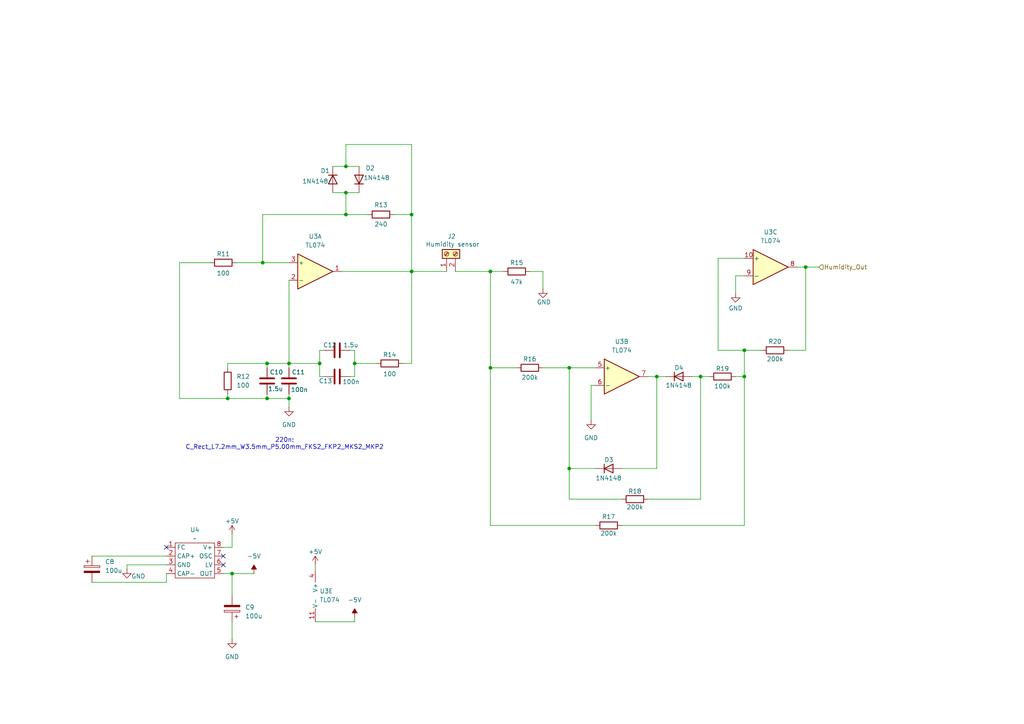
<source format=kicad_sch>
(kicad_sch (version 20250114) (generator "eeschema") (generator_version "9.0")
  (paper "A4")
  (lib_symbols
    (symbol "Amplifier_Operational:TL074" (pin_names (offset 0.127))
      (property "Reference" "U" (at 0 5.08 0))
      (property "Value" "TL074" (at 0 -5.08 0))
      (symbol "TL074_1_1"
        (polyline (pts (xy -5.08 5.08) (xy 5.08 0) (xy -5.08 -5.08) (xy -5.08 5.08)) (stroke (width 0.254)) (fill (type background)))
        (pin input line (at -7.62 2.54 0) (length 2.54) (name "+") (number "3"))
        (pin input line (at -7.62 -2.54 0) (length 2.54) (name "-") (number "2"))
        (pin output line (at 7.62 0 180) (length 2.54) (name "~") (number "1"))
      )
      (symbol "TL074_2_1"
        (polyline (pts (xy -5.08 5.08) (xy 5.08 0) (xy -5.08 -5.08) (xy -5.08 5.08)) (stroke (width 0.254)) (fill (type background)))
        (pin input line (at -7.62 2.54 0) (length 2.54) (name "+") (number "5"))
        (pin input line (at -7.62 -2.54 0) (length 2.54) (name "-") (number "6"))
        (pin output line (at 7.62 0 180) (length 2.54) (name "~") (number "7"))
      )
      (symbol "TL074_3_1"
        (polyline (pts (xy -5.08 5.08) (xy 5.08 0) (xy -5.08 -5.08) (xy -5.08 5.08)) (stroke (width 0.254)) (fill (type background)))
        (pin input line (at -7.62 2.54 0) (length 2.54) (name "+") (number "10"))
        (pin input line (at -7.62 -2.54 0) (length 2.54) (name "-") (number "9"))
        (pin output line (at 7.62 0 180) (length 2.54) (name "~") (number "8"))
      )
      (symbol "TL074_4_1"
        (polyline (pts (xy -5.08 5.08) (xy 5.08 0) (xy -5.08 -5.08) (xy -5.08 5.08)) (stroke (width 0.254)) (fill (type background)))
        (pin input line (at -7.62 2.54 0) (length 2.54) (name "+") (number "12"))
        (pin input line (at -7.62 -2.54 0) (length 2.54) (name "-") (number "13"))
        (pin output line (at 7.62 0 180) (length 2.54) (name "~") (number "14"))
      )
      (symbol "TL074_5_1"
        (pin power_in line (at -2.54 7.62 270) (length 3.81) (name "V+") (number "4"))
        (pin power_in line (at -2.54 -7.62 90) (length 3.81) (name "V-") (number "11"))
      )
    )
    (symbol "Connector:Screw_Terminal_01x02" (pin_names (offset 1.016) (hide yes))
      (property "Reference" "J" (at 0 2.54 0))
      (property "Value" "Screw_Terminal_01x02" (at 0 -5.08 0))
      (symbol "Screw_Terminal_01x02_1_1"
        (rectangle (start -1.27 1.27) (end 1.27 -3.81) (stroke (width 0.254)) (fill (type background)))
        (polyline (pts (xy -0.5334 0.3302) (xy 0.3302 -0.508)) (stroke (width 0.1524)))
        (polyline (pts (xy -0.5334 -2.2098) (xy 0.3302 -3.048)) (stroke (width 0.1524)))
        (polyline (pts (xy -0.3556 0.508) (xy 0.508 -0.3302)) (stroke (width 0.1524)))
        (polyline (pts (xy -0.3556 -2.032) (xy 0.508 -2.8702)) (stroke (width 0.1524)))
        (circle (center 0 0) (radius 0.635) (stroke (width 0.1524)))
        (circle (center 0 -2.54) (radius 0.635) (stroke (width 0.1524)))
        (pin passive line (at -5.08 0 0) (length 3.81) (name "Pin_1") (number "1"))
        (pin passive line (at -5.08 -2.54 0) (length 3.81) (name "Pin_2") (number "2"))
      )
    )
    (symbol "Device:C" (pin_numbers (hide yes)) (pin_names (offset 0.254))
      (property "Reference" "C" (at 0.635 2.54 0))
      (property "Value" "C" (at 0.635 -2.54 0))
      (symbol "C_0_1"
        (polyline (pts (xy -2.032 0.762) (xy 2.032 0.762)) (stroke (width 0.508)))
        (polyline (pts (xy -2.032 -0.762) (xy 2.032 -0.762)) (stroke (width 0.508)))
      )
      (symbol "C_1_1"
        (pin passive line (at 0 3.81 270) (length 2.794) (name "~") (number "1"))
        (pin passive line (at 0 -3.81 90) (length 2.794) (name "~") (number "2"))
      )
    )
    (symbol "Device:C_Polarized" (pin_numbers (hide yes)) (pin_names (offset 0.254))
      (property "Reference" "C" (at 0.635 2.54 0))
      (property "Value" "C_Polarized" (at 0.635 -2.54 0))
      (symbol "C_Polarized_0_1"
        (rectangle (start -2.286 0.508) (end 2.286 1.016))
        (polyline (pts (xy -1.778 2.286) (xy -0.762 2.286)))
        (polyline (pts (xy -1.27 2.794) (xy -1.27 1.778)))
        (rectangle (start 2.286 -0.508) (end -2.286 -1.016) (fill (type outline)))
      )
      (symbol "C_Polarized_1_1"
        (pin passive line (at 0 3.81 270) (length 2.794) (name "~") (number "1"))
        (pin passive line (at 0 -3.81 90) (length 2.794) (name "~") (number "2"))
      )
    )
    (symbol "Device:R" (pin_numbers (hide yes)) (pin_names (offset 0))
      (property "Reference" "R" (at 2.032 0 90))
      (property "Value" "R" (at 0 0 90))
      (symbol "R_0_1"
        (rectangle (start -1.016 -2.54) (end 1.016 2.54) (stroke (width 0.254)))
      )
      (symbol "R_1_1"
        (pin passive line (at 0 3.81 270) (length 1.27) (name "~") (number "1"))
        (pin passive line (at 0 -3.81 90) (length 1.27) (name "~") (number "2"))
      )
    )
    (symbol "Diode:1N4148" (pin_numbers (hide yes)) (pin_names (hide yes))
      (property "Reference" "D" (at 0 2.54 0))
      (property "Value" "1N4148" (at 0 -2.54 0))
      (symbol "1N4148_0_1"
        (polyline (pts (xy -1.27 1.27) (xy -1.27 -1.27)) (stroke (width 0.254)))
        (polyline (pts (xy 1.27 1.27) (xy 1.27 -1.27) (xy -1.27 0) (xy 1.27 1.27)) (stroke (width 0.254)))
        (polyline (pts (xy 1.27 0) (xy -1.27 0)))
      )
      (symbol "1N4148_1_1"
        (pin passive line (at -3.81 0 0) (length 2.54) (name "K") (number "1"))
        (pin passive line (at 3.81 0 180) (length 2.54) (name "A") (number "2"))
      )
    )
    (symbol "nps:MAX660CPA+"
      (property "Reference" "U" (at 0 0 0))
      (symbol "MAX660CPA+_0_1"
        (rectangle (start 2.54 1.27) (end 13.97 -8.89))
      )
      (symbol "MAX660CPA+_1_1"
        (pin input line (at 0 0 0) (length 2.54) (name "FC") (number "1"))
        (pin input line (at 0 -2.54 0) (length 2.54) (name "CAP+") (number "2"))
        (pin power_in line (at 0 -5.08 0) (length 2.54) (name "GND") (number "3"))
        (pin input line (at 0 -7.62 0) (length 2.54) (name "CAP-") (number "4"))
        (pin power_in line (at 16.51 0 180) (length 2.54) (name "V+") (number "8"))
        (pin input line (at 16.51 -2.54 180) (length 2.54) (name "OSC") (number "7"))
        (pin input line (at 16.51 -5.08 180) (length 2.54) (name "LV") (number "6"))
        (pin power_out line (at 16.51 -7.62 180) (length 2.54) (name "OUT") (number "5"))
      )
    )
    (symbol "power:+5V" (power) (pin_numbers (hide yes)) (pin_names (offset 0) (hide yes))
      (property "Value" "+5V" (at 0 3.556 0))
      (symbol "+5V_0_1"
        (polyline (pts (xy -0.762 1.27) (xy 0 2.54)))
        (polyline (pts (xy 0 2.54) (xy 0.762 1.27)))
        (polyline (pts (xy 0 0) (xy 0 2.54)))
      )
      (symbol "+5V_1_1"
        (pin power_in line (at 0 0 90) (length 0) (name "~") (number "1"))
      )
    )
    (symbol "power:-5V" (power) (pin_numbers (hide yes)) (pin_names (offset 0) (hide yes))
      (property "Value" "-5V" (at 0 3.556 0))
      (symbol "-5V_0_0"
        (pin power_in line (at 0 0 90) (length 0) (name "~") (number "1"))
      )
      (symbol "-5V_0_1"
        (polyline (pts (xy 0 0) (xy 0 1.27) (xy 0.762 1.27) (xy 0 2.54) (xy -0.762 1.27) (xy 0 1.27)) (fill (type outline)))
      )
    )
    (symbol "power:GND" (power) (pin_numbers (hide yes)) (pin_names (offset 0) (hide yes))
      (property "Value" "GND" (at 0 -3.81 0))
      (symbol "GND_0_1"
        (polyline (pts (xy 0 0) (xy 0 -1.27) (xy 1.27 -1.27) (xy 0 -2.54) (xy -1.27 -1.27) (xy 0 -1.27)))
      )
      (symbol "GND_1_1"
        (pin power_in line (at 0 0 270) (length 0) (name "~") (number "1"))
      )
    )
  )
  (text "220n:\nC_Rect_L7.2mm_W3.5mm_P5.00mm_FKS2_FKP2_MKS2_MKP2" (at 82.55 128.778 0) (effects (font (size 1.27 1.27))))
  (junction (at 77.47 105.41))
  (junction (at 215.9 109.22))
  (junction (at 215.9 101.6))
  (junction (at 142.24 106.68))
  (junction (at 142.24 78.74))
  (junction (at 233.68 77.47))
  (junction (at 66.04 115.57))
  (junction (at 83.82 115.57))
  (junction (at 100.33 55.88))
  (junction (at 165.1 106.68))
  (junction (at 67.31 166.37))
  (junction (at 100.33 48.26))
  (junction (at 100.33 62.23))
  (junction (at 77.47 115.57))
  (junction (at 119.38 78.74))
  (junction (at 92.71 105.41))
  (junction (at 119.38 62.23))
  (junction (at 203.2 109.22))
  (junction (at 102.87 105.41))
  (junction (at 83.82 105.41))
  (junction (at 165.1 135.89))
  (junction (at 76.2 76.2))
  (junction (at 190.5 109.22))
  (no_connect (at 48.26 158.75))
  (no_connect (at 64.77 163.83))
  (no_connect (at 64.77 161.29))
  (wire (pts (xy 93.98 109.22) (xy 92.71 109.22)))
  (wire (pts (xy 114.3 62.23) (xy 119.38 62.23)))
  (wire (pts (xy 231.14 77.47) (xy 233.68 77.47)))
  (wire (pts (xy 26.67 161.29) (xy 48.26 161.29)))
  (wire (pts (xy 52.07 115.57) (xy 66.04 115.57)))
  (wire (pts (xy 215.9 101.6) (xy 220.98 101.6)))
  (wire (pts (xy 66.04 105.41) (xy 77.47 105.41)))
  (wire (pts (xy 119.38 78.74) (xy 119.38 105.41)))
  (wire (pts (xy 96.52 48.26) (xy 100.33 48.26)))
  (wire (pts (xy 213.36 109.22) (xy 215.9 109.22)))
  (wire (pts (xy 203.2 109.22) (xy 205.74 109.22)))
  (wire (pts (xy 77.47 115.57) (xy 83.82 115.57)))
  (wire (pts (xy 67.31 158.75) (xy 67.31 154.94)))
  (wire (pts (xy 233.68 77.47) (xy 233.68 101.6)))
  (wire (pts (xy 215.9 101.6) (xy 215.9 109.22)))
  (wire (pts (xy 66.04 105.41) (xy 66.04 106.68)))
  (wire (pts (xy 132.08 78.74) (xy 142.24 78.74)))
  (wire (pts (xy 76.2 62.23) (xy 100.33 62.23)))
  (wire (pts (xy 180.34 144.78) (xy 165.1 144.78)))
  (wire (pts (xy 76.2 76.2) (xy 83.82 76.2)))
  (wire (pts (xy 102.87 105.41) (xy 109.22 105.41)))
  (wire (pts (xy 52.07 76.2) (xy 52.07 115.57)))
  (wire (pts (xy 149.86 106.68) (xy 142.24 106.68)))
  (wire (pts (xy 180.34 135.89) (xy 190.5 135.89)))
  (wire (pts (xy 102.87 180.34) (xy 102.87 179.07)))
  (wire (pts (xy 142.24 78.74) (xy 146.05 78.74)))
  (wire (pts (xy 142.24 106.68) (xy 142.24 152.4)))
  (wire (pts (xy 76.2 62.23) (xy 76.2 76.2)))
  (wire (pts (xy 66.04 115.57) (xy 66.04 114.3)))
  (wire (pts (xy 171.45 111.76) (xy 171.45 121.92)))
  (wire (pts (xy 68.58 76.2) (xy 76.2 76.2)))
  (wire (pts (xy 91.44 180.34) (xy 102.87 180.34)))
  (wire (pts (xy 119.38 78.74) (xy 129.54 78.74)))
  (wire (pts (xy 91.44 163.83) (xy 91.44 165.1)))
  (wire (pts (xy 83.82 105.41) (xy 83.82 106.68)))
  (wire (pts (xy 157.48 78.74) (xy 157.48 83.82)))
  (wire (pts (xy 142.24 78.74) (xy 142.24 106.68)))
  (wire (pts (xy 213.36 80.01) (xy 213.36 85.09)))
  (wire (pts (xy 190.5 135.89) (xy 190.5 109.22)))
  (wire (pts (xy 77.47 105.41) (xy 83.82 105.41)))
  (wire (pts (xy 64.77 166.37) (xy 67.31 166.37)))
  (wire (pts (xy 100.33 41.91) (xy 100.33 48.26)))
  (wire (pts (xy 36.83 163.83) (xy 48.26 163.83)))
  (wire (pts (xy 99.06 78.74) (xy 119.38 78.74)))
  (wire (pts (xy 93.98 101.6) (xy 92.71 101.6)))
  (wire (pts (xy 102.87 105.41) (xy 102.87 101.6)))
  (wire (pts (xy 119.38 62.23) (xy 119.38 78.74)))
  (wire (pts (xy 77.47 106.68) (xy 77.47 105.41)))
  (wire (pts (xy 64.77 158.75) (xy 67.31 158.75)))
  (wire (pts (xy 208.28 101.6) (xy 215.9 101.6)))
  (wire (pts (xy 165.1 106.68) (xy 165.1 135.89)))
  (wire (pts (xy 215.9 152.4) (xy 215.9 109.22)))
  (wire (pts (xy 48.26 168.91) (xy 48.26 166.37)))
  (wire (pts (xy 83.82 105.41) (xy 92.71 105.41)))
  (wire (pts (xy 215.9 74.93) (xy 208.28 74.93)))
  (wire (pts (xy 36.83 165.1) (xy 36.83 163.83)))
  (wire (pts (xy 172.72 111.76) (xy 171.45 111.76)))
  (wire (pts (xy 157.48 78.74) (xy 153.67 78.74)))
  (wire (pts (xy 102.87 101.6) (xy 101.6 101.6)))
  (wire (pts (xy 100.33 55.88) (xy 104.14 55.88)))
  (wire (pts (xy 83.82 114.3) (xy 83.82 115.57)))
  (wire (pts (xy 92.71 101.6) (xy 92.71 105.41)))
  (wire (pts (xy 67.31 166.37) (xy 67.31 172.72)))
  (wire (pts (xy 100.33 55.88) (xy 100.33 62.23)))
  (wire (pts (xy 208.28 74.93) (xy 208.28 101.6)))
  (wire (pts (xy 142.24 152.4) (xy 172.72 152.4)))
  (wire (pts (xy 77.47 114.3) (xy 77.47 115.57)))
  (wire (pts (xy 96.52 55.88) (xy 100.33 55.88)))
  (wire (pts (xy 66.04 115.57) (xy 77.47 115.57)))
  (wire (pts (xy 119.38 41.91) (xy 100.33 41.91)))
  (wire (pts (xy 100.33 62.23) (xy 106.68 62.23)))
  (wire (pts (xy 180.34 152.4) (xy 215.9 152.4)))
  (wire (pts (xy 157.48 106.68) (xy 165.1 106.68)))
  (wire (pts (xy 100.33 48.26) (xy 104.14 48.26)))
  (wire (pts (xy 67.31 180.34) (xy 67.31 185.42)))
  (wire (pts (xy 190.5 109.22) (xy 193.04 109.22)))
  (wire (pts (xy 187.96 109.22) (xy 190.5 109.22)))
  (wire (pts (xy 215.9 80.01) (xy 213.36 80.01)))
  (wire (pts (xy 200.66 109.22) (xy 203.2 109.22)))
  (wire (pts (xy 102.87 109.22) (xy 102.87 105.41)))
  (wire (pts (xy 119.38 105.41) (xy 116.84 105.41)))
  (wire (pts (xy 172.72 135.89) (xy 165.1 135.89)))
  (wire (pts (xy 92.71 105.41) (xy 92.71 109.22)))
  (wire (pts (xy 119.38 41.91) (xy 119.38 62.23)))
  (wire (pts (xy 165.1 144.78) (xy 165.1 135.89)))
  (wire (pts (xy 67.31 166.37) (xy 73.66 166.37)))
  (wire (pts (xy 101.6 109.22) (xy 102.87 109.22)))
  (wire (pts (xy 83.82 81.28) (xy 83.82 105.41)))
  (wire (pts (xy 52.07 76.2) (xy 60.96 76.2)))
  (wire (pts (xy 203.2 144.78) (xy 203.2 109.22)))
  (wire (pts (xy 26.67 168.91) (xy 48.26 168.91)))
  (wire (pts (xy 233.68 77.47) (xy 237.49 77.47)))
  (wire (pts (xy 187.96 144.78) (xy 203.2 144.78)))
  (wire (pts (xy 165.1 106.68) (xy 172.72 106.68)))
  (wire (pts (xy 83.82 118.11) (xy 83.82 115.57)))
  (wire (pts (xy 228.6 101.6) (xy 233.68 101.6)))
  (hierarchical_label "Humidity_Out" (shape input) (at 237.49 77.47 0))
  (symbol (lib_id "power:GND") (at 171.45 121.92 0) (unit 1)
    (property "Reference" "#PWR028" (effects (hide yes)))
    (property "Value" "GND" (at 171.45 127 0))
    (property "Description" "Power symbol creates a global label with name \"GND\" , ground" (effects (hide yes)))
  )
  (symbol (lib_id "power:+5V") (at 91.44 163.83 0) (unit 1)
    (property "Reference" "#PWR025" (effects (hide yes)))
    (property "Value" "+5V" (at 91.44 160.02 0))
    (property "Description" "Power symbol creates a global label with name \"+5V\"" (effects (hide yes)))
  )
  (symbol (lib_id "power:GND") (at 67.31 185.42 0) (unit 1)
    (property "Reference" "#PWR022" (effects (hide yes)))
    (property "Value" "GND" (at 67.31 190.5 0))
    (property "Description" "Power symbol creates a global label with name \"GND\" , ground" (effects (hide yes)))
  )
  (symbol (lib_id "Device:C_Polarized") (at 26.67 165.1 0) (unit 1)
    (property "Reference" "C8" (at 30.48 162.9409 0) (effects (justify left)))
    (property "Value" "100u" (at 30.48 165.4809 0) (effects (justify left)))
    (property "Footprint" "Capacitor_THT:CP_Radial_D10.0mm_P5.00mm" (effects (hide yes)))
    (property "Description" "Polarized capacitor" (effects (hide yes)))
  )
  (symbol (lib_id "Diode:1N4148") (at 104.14 52.07 90) (unit 1)
    (property "Reference" "D2" (at 108.712 48.768 90) (effects (justify left)))
    (property "Value" "1N4148" (at 113.03 51.562 90) (effects (justify left)))
    (property "Footprint" "Diode_THT:D_DO-35_SOD27_P7.62mm_Horizontal" (effects (hide yes)))
    (property "Datasheet" "https://assets.nexperia.com/documents/data-sheet/1N4148_1N4448.pdf" (effects (hide yes)))
    (property "Description" "100V 0.15A standard switching diode, DO-35" (effects (hide yes)))
    (property "Sim.Device" "D" (effects (hide yes)))
    (property "Sim.Pins" "1=K 2=A" (effects (hide yes)))
  )
  (symbol (lib_id "nps:MAX660CPA+") (at 48.26 158.75 0) (unit 1)
    (property "Reference" "U4" (at 56.515 153.67 0))
    (property "Value" "~" (at 56.515 156.21 0))
    (property "Footprint" "Package_DIP:DIP-8_W7.62mm" (effects (hide yes)))
  )
  (symbol (lib_id "Connector:Screw_Terminal_01x02") (at 129.54 73.66 90) (unit 1)
    (property "Reference" "J2" (at 129.794 68.58 90) (effects (justify right)))
    (property "Value" "Humidity sensor" (at 123.444 70.866 90) (effects (justify right)))
    (property "Footprint" "Diplomna:connector_2p" (effects (hide yes)))
    (property "Description" "Generic screw terminal, single row, 01x02, script generated (kicad-library-utils/schlib/autogen/connector/)" (effects (hide yes)))
  )
  (symbol (lib_id "power:GND") (at 36.83 165.1 0) (unit 1)
    (property "Reference" "#PWR020" (effects (hide yes)))
    (property "Value" "GND" (at 40.132 167.132 0))
    (property "Description" "Power symbol creates a global label with name \"GND\" , ground" (effects (hide yes)))
  )
  (symbol (lib_id "Device:C") (at 83.82 110.49 0) (unit 1)
    (property "Reference" "C11" (at 84.582 107.95 0) (effects (justify left)))
    (property "Value" "100n" (at 84.328 113.03 0) (effects (justify left)))
    (property "Footprint" "Capacitor_THT:C_Rect_L7.2mm_W2.5mm_P5.00mm_FKS2_FKP2_MKS2_MKP2" (effects (hide yes)))
    (property "Description" "Unpolarized capacitor" (effects (hide yes)))
  )
  (symbol (lib_id "power:GND") (at 213.36 85.09 0) (unit 1)
    (property "Reference" "#PWR029" (effects (hide yes)))
    (property "Value" "GND" (at 213.36 89.408 0))
    (property "Description" "Power symbol creates a global label with name \"GND\" , ground" (effects (hide yes)))
  )
  (symbol (lib_id "Diode:1N4148") (at 96.52 52.07 270) (unit 1)
    (property "Reference" "D1" (at 92.964 49.53 90) (effects (justify left)))
    (property "Value" "1N4148" (at 87.63 52.578 90) (effects (justify left)))
    (property "Footprint" "Diode_THT:D_DO-35_SOD27_P7.62mm_Horizontal" (effects (hide yes)))
    (property "Datasheet" "https://assets.nexperia.com/documents/data-sheet/1N4148_1N4448.pdf" (effects (hide yes)))
    (property "Description" "100V 0.15A standard switching diode, DO-35" (effects (hide yes)))
    (property "Sim.Device" "D" (effects (hide yes)))
    (property "Sim.Pins" "1=K 2=A" (effects (hide yes)))
  )
  (symbol (lib_id "Device:R") (at 209.55 109.22 90) (unit 1)
    (property "Reference" "R19" (at 209.55 106.934 90))
    (property "Value" "100k" (at 209.55 112.014 90))
    (property "Footprint" "Resistor_THT:R_Axial_DIN0207_L6.3mm_D2.5mm_P10.16mm_Horizontal" (effects (hide yes)))
    (property "Description" "Resistor" (effects (hide yes)))
  )
  (symbol (lib_id "power:-5V") (at 102.87 179.07 0) (unit 1)
    (property "Reference" "#PWR026" (effects (hide yes)))
    (property "Value" "-5V" (at 102.87 173.99 0))
    (property "Description" "Power symbol creates a global label with name \"-5V\"" (effects (hide yes)))
  )
  (symbol (lib_id "power:GND") (at 83.82 118.11 0) (unit 1)
    (property "Reference" "#PWR024" (effects (hide yes)))
    (property "Value" "GND" (at 83.82 123.19 0))
    (property "Description" "Power symbol creates a global label with name \"GND\" , ground" (effects (hide yes)))
  )
  (symbol (lib_id "Device:R") (at 64.77 76.2 90) (unit 1)
    (property "Reference" "R11" (at 64.77 73.66 90))
    (property "Value" "100" (at 64.77 79.248 90))
    (property "Footprint" "Resistor_THT:R_Axial_DIN0207_L6.3mm_D2.5mm_P10.16mm_Horizontal" (effects (hide yes)))
    (property "Description" "Resistor" (effects (hide yes)))
  )
  (symbol (lib_id "Amplifier_Operational:TL074") (at 223.52 77.47 0) (unit 3)
    (property "Reference" "U3" (at 223.52 67.31 0))
    (property "Value" "TL074" (at 223.52 69.85 0))
    (property "Footprint" "SPRO_lib:DIP794W53P254L1930H508Q14N" (effects (hide yes)))
    (property "Datasheet" "http://www.ti.com/lit/ds/symlink/tl071.pdf" (effects (hide yes)))
    (property "Description" "Quad Low-Noise JFET-Input Operational Amplifiers, DIP-14/SOIC-14" (effects (hide yes)))
  )
  (symbol (lib_id "Amplifier_Operational:TL074") (at 180.34 109.22 0) (unit 2)
    (property "Reference" "U3" (at 180.34 99.06 0))
    (property "Value" "TL074" (at 180.34 101.6 0))
    (property "Footprint" "SPRO_lib:DIP794W53P254L1930H508Q14N" (effects (hide yes)))
    (property "Datasheet" "http://www.ti.com/lit/ds/symlink/tl071.pdf" (effects (hide yes)))
    (property "Description" "Quad Low-Noise JFET-Input Operational Amplifiers, DIP-14/SOIC-14" (effects (hide yes)))
  )
  (symbol (lib_id "Device:R") (at 153.67 106.68 90) (unit 1)
    (property "Reference" "R16" (at 153.67 104.14 90))
    (property "Value" "200k" (at 153.67 109.474 90))
    (property "Footprint" "Resistor_THT:R_Axial_DIN0207_L6.3mm_D2.5mm_P10.16mm_Horizontal" (effects (hide yes)))
    (property "Description" "Resistor" (effects (hide yes)))
  )
  (symbol (lib_id "Device:R") (at 224.79 101.6 90) (unit 1)
    (property "Reference" "R20" (at 224.79 99.06 90))
    (property "Value" "200k" (at 224.79 104.14 90))
    (property "Footprint" "Resistor_THT:R_Axial_DIN0207_L6.3mm_D2.5mm_P10.16mm_Horizontal" (effects (hide yes)))
    (property "Description" "Resistor" (effects (hide yes)))
  )
  (symbol (lib_id "power:-5V") (at 73.66 166.37 0) (unit 1)
    (property "Reference" "#PWR023" (effects (hide yes)))
    (property "Value" "-5V" (at 73.66 161.29 0))
    (property "Description" "Power symbol creates a global label with name \"-5V\"" (effects (hide yes)))
  )
  (symbol (lib_id "Diode:1N4148") (at 196.85 109.22 0) (unit 1)
    (property "Reference" "D4" (at 195.58 106.68 0) (effects (justify left)))
    (property "Value" "1N4148" (at 193.04 111.76 0) (effects (justify left)))
    (property "Footprint" "Diode_THT:D_DO-35_SOD27_P7.62mm_Horizontal" (effects (hide yes)))
    (property "Datasheet" "https://assets.nexperia.com/documents/data-sheet/1N4148_1N4448.pdf" (effects (hide yes)))
    (property "Description" "100V 0.15A standard switching diode, DO-35" (effects (hide yes)))
    (property "Sim.Device" "D" (effects (hide yes)))
    (property "Sim.Pins" "1=K 2=A" (effects (hide yes)))
  )
  (symbol (lib_id "Device:R") (at 66.04 110.49 180) (unit 1)
    (property "Reference" "R12" (at 68.58 109.2199 0) (effects (justify right)))
    (property "Value" "100" (at 68.58 111.7599 0) (effects (justify right)))
    (property "Footprint" "Resistor_THT:R_Axial_DIN0207_L6.3mm_D2.5mm_P10.16mm_Horizontal" (effects (hide yes)))
    (property "Description" "Resistor" (effects (hide yes)))
  )
  (symbol (lib_id "Device:R") (at 149.86 78.74 90) (unit 1)
    (property "Reference" "R15" (at 149.86 76.2 90))
    (property "Value" "47k" (at 149.86 81.788 90))
    (property "Footprint" "Resistor_THT:R_Axial_DIN0207_L6.3mm_D2.5mm_P10.16mm_Horizontal" (effects (hide yes)))
    (property "Description" "Resistor" (effects (hide yes)))
  )
  (symbol (lib_id "Device:C_Polarized") (at 67.31 176.53 180) (unit 1)
    (property "Reference" "C9" (at 71.12 176.1489 0) (effects (justify right)))
    (property "Value" "100u" (at 71.12 178.6889 0) (effects (justify right)))
    (property "Footprint" "Capacitor_THT:CP_Radial_D10.0mm_P5.00mm" (effects (hide yes)))
    (property "Description" "Polarized capacitor" (effects (hide yes)))
  )
  (symbol (lib_id "power:GND") (at 157.48 83.82 0) (unit 1)
    (property "Reference" "#PWR027" (effects (hide yes)))
    (property "Value" "GND" (at 155.702 87.63 0) (effects (justify left)))
    (property "Description" "Power symbol creates a global label with name \"GND\" , ground" (effects (hide yes)))
  )
  (symbol (lib_id "Amplifier_Operational:TL074") (at 91.44 78.74 0) (unit 1)
    (property "Reference" "U3" (at 91.44 68.58 0))
    (property "Value" "TL074" (at 91.44 71.12 0))
    (property "Footprint" "SPRO_lib:DIP794W53P254L1930H508Q14N" (effects (hide yes)))
    (property "Datasheet" "http://www.ti.com/lit/ds/symlink/tl071.pdf" (effects (hide yes)))
    (property "Description" "Quad Low-Noise JFET-Input Operational Amplifiers, DIP-14/SOIC-14" (effects (hide yes)))
  )
  (symbol (lib_id "Device:R") (at 113.03 105.41 90) (unit 1)
    (property "Reference" "R14" (at 113.03 102.87 90))
    (property "Value" "100" (at 113.03 108.458 90))
    (property "Footprint" "Resistor_THT:R_Axial_DIN0207_L6.3mm_D2.5mm_P10.16mm_Horizontal" (effects (hide yes)))
    (property "Description" "Resistor" (effects (hide yes)))
  )
  (symbol (lib_id "Device:R") (at 110.49 62.23 90) (unit 1)
    (property "Reference" "R13" (at 110.49 59.436 90))
    (property "Value" "240" (at 110.49 65.024 90))
    (property "Footprint" "Resistor_THT:R_Axial_DIN0207_L6.3mm_D2.5mm_P10.16mm_Horizontal" (effects (hide yes)))
    (property "Description" "Resistor" (effects (hide yes)))
  )
  (symbol (lib_id "Device:R") (at 184.15 144.78 90) (unit 1)
    (property "Reference" "R18" (at 184.15 142.494 90))
    (property "Value" "200k" (at 184.15 147.066 90))
    (property "Footprint" "Resistor_THT:R_Axial_DIN0207_L6.3mm_D2.5mm_P10.16mm_Horizontal" (effects (hide yes)))
    (property "Description" "Resistor" (effects (hide yes)))
  )
  (symbol (lib_id "Device:C") (at 97.79 109.22 270) (unit 1)
    (property "Reference" "C13" (at 92.456 110.49 90) (effects (justify left)))
    (property "Value" "100n" (at 99.314 110.744 90) (effects (justify left)))
    (property "Footprint" "Capacitor_THT:C_Rect_L7.2mm_W2.5mm_P5.00mm_FKS2_FKP2_MKS2_MKP2" (effects (hide yes)))
    (property "Description" "Unpolarized capacitor" (effects (hide yes)))
  )
  (symbol (lib_id "Device:C") (at 97.79 101.6 270) (unit 1)
    (property "Reference" "C12" (at 93.726 100.076 90) (effects (justify left)))
    (property "Value" "1.5u" (at 99.568 100.076 90) (effects (justify left)))
    (property "Footprint" "Capacitor_THT:C_Rect_L13.0mm_W5.0mm_P10.00mm_FKS3_FKP3_MKS4" (effects (hide yes)))
    (property "Description" "Unpolarized capacitor" (effects (hide yes)))
  )
  (symbol (lib_id "Device:R") (at 176.53 152.4 90) (unit 1)
    (property "Reference" "R17" (at 176.53 149.86 90))
    (property "Value" "200k" (at 176.53 154.686 90))
    (property "Footprint" "Resistor_THT:R_Axial_DIN0207_L6.3mm_D2.5mm_P10.16mm_Horizontal" (effects (hide yes)))
    (property "Description" "Resistor" (effects (hide yes)))
  )
  (symbol (lib_id "power:+5V") (at 67.31 154.94 0) (unit 1)
    (property "Reference" "#PWR021" (effects (hide yes)))
    (property "Value" "+5V" (at 67.31 151.13 0))
    (property "Description" "Power symbol creates a global label with name \"+5V\"" (effects (hide yes)))
  )
  (symbol (lib_id "Amplifier_Operational:TL074") (at 93.98 172.72 0) (unit 5)
    (property "Reference" "U3" (at 92.71 171.4499 0) (effects (justify left)))
    (property "Value" "TL074" (at 92.71 173.9899 0) (effects (justify left)))
    (property "Footprint" "SPRO_lib:DIP794W53P254L1930H508Q14N" (effects (hide yes)))
    (property "Datasheet" "http://www.ti.com/lit/ds/symlink/tl071.pdf" (effects (hide yes)))
    (property "Description" "Quad Low-Noise JFET-Input Operational Amplifiers, DIP-14/SOIC-14" (effects (hide yes)))
  )
  (symbol (lib_id "Device:C") (at 77.47 110.49 0) (unit 1)
    (property "Reference" "C10" (at 78.232 107.95 0) (effects (justify left)))
    (property "Value" "1.5u" (at 77.724 112.776 0) (effects (justify left)))
    (property "Footprint" "Capacitor_THT:C_Rect_L13.0mm_W5.0mm_P10.00mm_FKS3_FKP3_MKS4" (effects (hide yes)))
    (property "Description" "Unpolarized capacitor" (effects (hide yes)))
  )
  (symbol (lib_id "Diode:1N4148") (at 176.53 135.89 0) (unit 1)
    (property "Reference" "D3" (at 175.26 133.35 0) (effects (justify left)))
    (property "Value" "1N4148" (at 172.72 138.684 0) (effects (justify left)))
    (property "Footprint" "Diode_THT:D_DO-35_SOD27_P7.62mm_Horizontal" (effects (hide yes)))
    (property "Datasheet" "https://assets.nexperia.com/documents/data-sheet/1N4148_1N4448.pdf" (effects (hide yes)))
    (property "Description" "100V 0.15A standard switching diode, DO-35" (effects (hide yes)))
    (property "Sim.Device" "D" (effects (hide yes)))
    (property "Sim.Pins" "1=K 2=A" (effects (hide yes)))
  )
)
</source>
